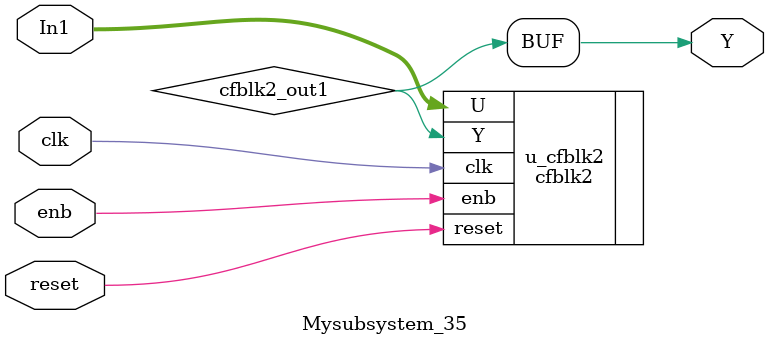
<source format=v>



`timescale 1 ns / 1 ns

module Mysubsystem_35
          (clk,
           reset,
           enb,
           In1,
           Y);


  input   clk;
  input   reset;
  input   enb;
  input   [7:0] In1;  // uint8
  output  Y;


  wire cfblk2_out1;


  cfblk2 u_cfblk2 (.clk(clk),
                   .reset(reset),
                   .enb(enb),
                   .U(In1),  // uint8
                   .Y(cfblk2_out1)
                   );

  assign Y = cfblk2_out1;

endmodule  // Mysubsystem_35


</source>
